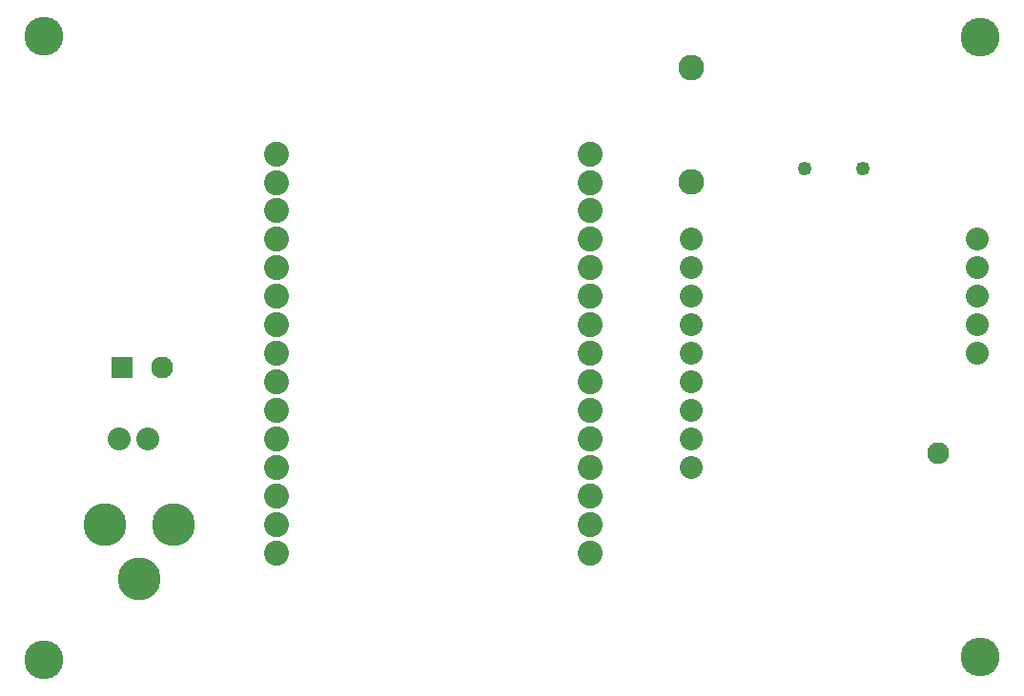
<source format=gbs>
G04 MADE WITH FRITZING*
G04 WWW.FRITZING.ORG*
G04 DOUBLE SIDED*
G04 HOLES PLATED*
G04 CONTOUR ON CENTER OF CONTOUR VECTOR*
%ASAXBY*%
%FSLAX23Y23*%
%MOIN*%
%OFA0B0*%
%SFA1.0B1.0*%
%ADD10C,0.087740*%
%ADD11C,0.076929*%
%ADD12C,0.135984*%
%ADD13C,0.080000*%
%ADD14C,0.076000*%
%ADD15C,0.150000*%
%ADD16C,0.090000*%
%ADD17C,0.049370*%
%ADD18R,0.076929X0.076929*%
%LNMASK0*%
G90*
G70*
G54D10*
X2003Y1658D03*
X905Y1857D03*
X905Y1757D03*
X905Y1658D03*
X905Y1558D03*
X905Y1458D03*
X2003Y1757D03*
X2003Y1857D03*
X2003Y1558D03*
X905Y1358D03*
X905Y1258D03*
X905Y1158D03*
X905Y1059D03*
X905Y959D03*
X905Y859D03*
X905Y759D03*
X905Y659D03*
X905Y559D03*
X905Y459D03*
X2003Y1158D03*
X2003Y1059D03*
X2003Y959D03*
X2003Y859D03*
X2003Y759D03*
X2003Y659D03*
X2003Y559D03*
X2003Y459D03*
X2003Y1458D03*
X2003Y1358D03*
X2003Y1258D03*
G54D11*
X367Y1108D03*
X505Y1108D03*
G54D12*
X93Y85D03*
X3366Y94D03*
X3367Y2264D03*
X93Y2270D03*
G54D13*
X3355Y1558D03*
X3355Y1458D03*
X3355Y1358D03*
X3355Y1258D03*
X3355Y1158D03*
G54D14*
X3220Y808D03*
G54D13*
X2355Y1558D03*
X2355Y1458D03*
X2355Y1358D03*
X2355Y1258D03*
X2355Y1158D03*
X2355Y1058D03*
X2355Y958D03*
X2355Y858D03*
X2355Y758D03*
G54D15*
X545Y558D03*
X305Y558D03*
X425Y368D03*
G54D13*
X355Y858D03*
X455Y858D03*
G54D16*
X2355Y1758D03*
X2355Y2158D03*
G54D17*
X2754Y1806D03*
X2956Y1805D03*
G54D18*
X367Y1108D03*
G04 End of Mask0*
M02*
</source>
